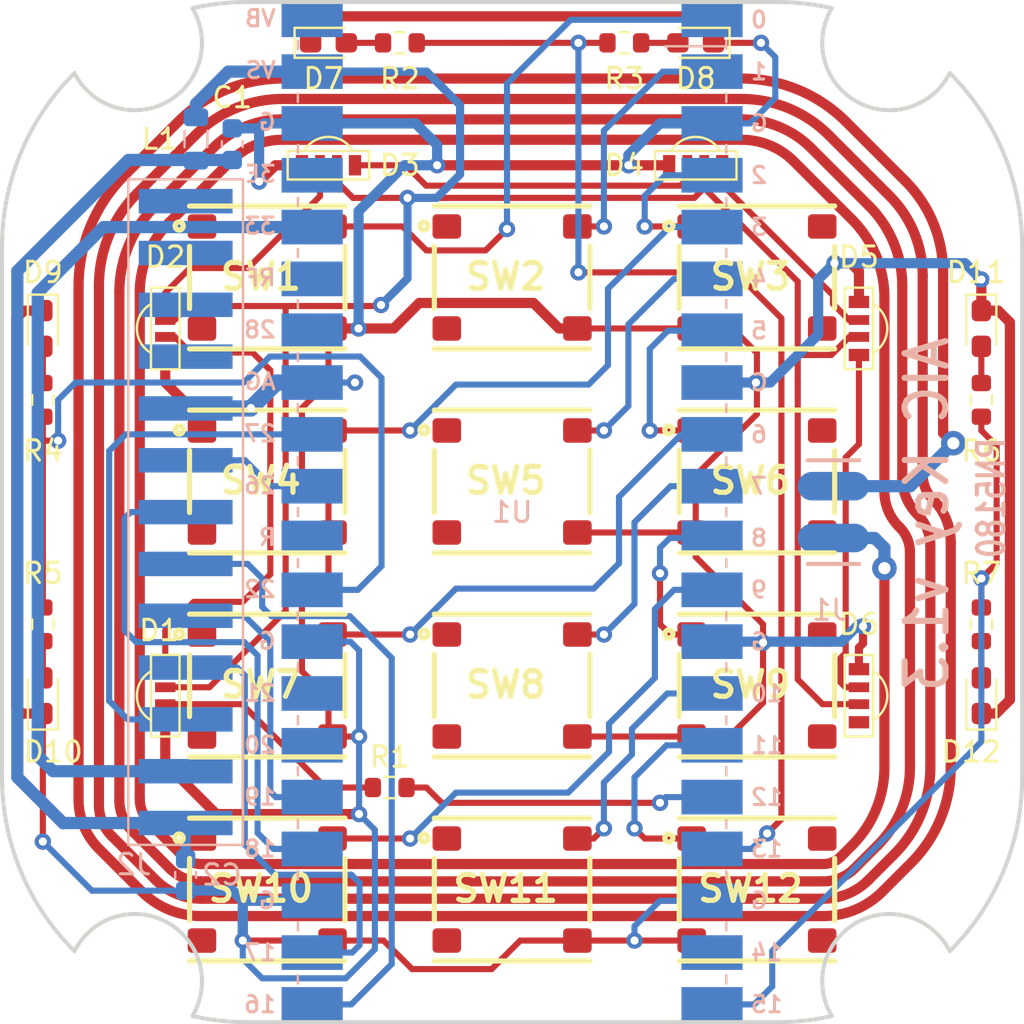
<source format=kicad_pcb>
(kicad_pcb (version 20221018) (generator pcbnew)
  (title_block (title "AIC Pico with PN5180"))
  (layers (0 "F.Cu" signal) (31 "B.Cu" signal) (34 "B.Paste" user) (35 "F.Paste" user) (36 "B.SilkS" user "B.Silkscreen") (37 "F.SilkS" user "F.Silkscreen") (38 "B.Mask" user) (39 "F.Mask" user) (44 "Edge.Cuts" user))
  (net 0 "")
  (net 1 "+5V")
  (net 2 "GND")
  (net 3 "+3V3")
  (net 4 "Net-(D7-A)")
  (net 5 "Net-(D1-In)")
  (net 6 "Net-(D1-Out)")
  (net 7 "Net-(D8-A)")
  (net 8 "Net-(D9-A)")
  (net 9 "Net-(D2-Out)")
  (net 10 "Net-(D10-A)")
  (net 11 "Net-(D11-A)")
  (net 12 "Net-(D3-Out)")
  (net 13 "Net-(D12-A)")
  (net 14 "Net-(D4-Out)")
  (net 15 "Net-(U1-GPIO12)")
  (net 16 "Net-(D5-Out)")
  (net 17 "Net-(U1-GPIO22)")
  (net 19 "Net-(U1-GPIO15)")
  (net 23 "Net-(U1-GPIO13)")
  (net 24 "Net-(U1-GPIO0)")
  (net 29 "Net-(U1-GPIO1)")
  (net 30 "Net-(U1-GPIO2)")
  (net 41 "Net-(U1-GPIO3)")
  (net 42 "Net-(U1-GPIO4)")
  (net 44 "Net-(U1-GPIO5)")
  (net 47 "Net-(U1-GPIO6)")
  (net 48 "Net-(U1-GPIO7)")
  (net 49 "Net-(U1-GPIO8)")
  (net 52 "Net-(U1-GPIO9)")
  (net 53 "Net-(U1-GPIO10)")
  (net 54 "Net-(U1-GPIO11)")
  (net 65 "/ANT")
  (net 66 "Net-(J2-RST)")
  (net 67 "Net-(J2-NSS)")
  (net 68 "Net-(J2-MOSI)")
  (net 69 "Net-(J2-MISO)")
  (net 70 "Net-(J2-SCK)")
  (net 71 "Net-(J2-BUSY)")
  (net 76 "Net-(J2-5V)")
  (footprint "aic_pico:SKRR" (layer "F.Cu") (at 147.32 131.9)
    (fp_text reference "SW12")
    (fp_text value "SKRR_4pin" hide)
  )
  (footprint "aic_pico:WS2812B-1204" (layer "F.Cu") (at 144.32 96.4 180)
    (fp_text reference "D4")
    (fp_text value "WS2812B_Unified" hide)
  )
  (footprint "aic_pico:SKRR" (layer "F.Cu") (at 123.32 101.9)
    (fp_text reference "SW1")
    (fp_text value "SKRR_4pin" hide)
  )
  (footprint "aic_pico:SKRR" (layer "F.Cu") (at 135.32 101.9)
    (fp_text reference "SW2")
    (fp_text value "SKRR_4pin" hide)
  )
  (footprint "LED_SMD:LED_0603_1608Metric_Pad1.05x0.95mm_HandSolder" (layer "F.Cu") (at 126.32 90.4)
    (fp_text reference "D7")
    (fp_text value "LED" hide)
  )
  (footprint "aic_pico:WS2812B-1204" (layer "F.Cu") (at 152.32 104.4 90)
    (fp_text reference "D5")
    (fp_text value "WS2812B_Unified" hide)
  )
  (footprint "aic_pico:SKRR" (layer "F.Cu") (at 135.32 121.9)
    (fp_text reference "SW8")
    (fp_text value "SKRR_4pin" hide)
  )
  (footprint "aic_pico:WS2812B-1204" (layer "F.Cu") (at 126.32 96.4 180)
    (fp_text reference "D3")
    (fp_text value "WS2812B_Unified" hide)
  )
  (footprint "Resistor_SMD:R_0603_1608Metric" (layer "F.Cu") (at 140.82 90.4 180)
    (fp_text reference "R3")
    (fp_text value "1k" hide)
  )
  (footprint "aic_pico:SKRR" (layer "F.Cu") (at 147.32 121.9)
    (fp_text reference "SW9")
    (fp_text value "SKRR_4pin" hide)
  )
  (footprint "aic_pico:SKRR" (layer "F.Cu") (at 135.32 131.9)
    (fp_text reference "SW11")
    (fp_text value "SKRR_4pin" hide)
  )
  (footprint "Resistor_SMD:R_0603_1608Metric" (layer "F.Cu") (at 158.32 107.9 -90)
    (fp_text reference "R6")
    (fp_text value "1k" hide)
  )
  (footprint "aic_pico:SKRR" (layer "F.Cu") (at 123.32 121.9)
    (fp_text reference "SW7")
    (fp_text value "SKRR_4pin" hide)
  )
  (footprint "aic_pico:WS2812B-1204" (layer "F.Cu") (at 118.32 122.4 -90)
    (fp_text reference "D1")
    (fp_text value "WS2812B_Unified" hide)
  )
  (footprint "Resistor_SMD:R_0603_1608Metric" (layer "F.Cu") (at 112.32 107.9 -90)
    (fp_text reference "R4")
    (fp_text value "1k" hide)
  )
  (footprint "Resistor_SMD:R_0603_1608Metric" (layer "F.Cu") (at 158.32 118.9 90)
    (fp_text reference "R7")
    (fp_text value "1k" hide)
  )
  (footprint "LED_SMD:LED_0603_1608Metric_Pad1.05x0.95mm_HandSolder" (layer "F.Cu") (at 158.32 122.4 90)
    (fp_text reference "D12")
    (fp_text value "LED" hide)
  )
  (footprint "LED_SMD:LED_0603_1608Metric_Pad1.05x0.95mm_HandSolder" (layer "F.Cu") (at 158.32 104.4 -90)
    (fp_text reference "D11")
    (fp_text value "LED" hide)
  )
  (footprint "aic_pico:SKRR" (layer "F.Cu") (at 123.32 131.9)
    (fp_text reference "SW10")
    (fp_text value "SKRR_4pin" hide)
  )
  (footprint "LED_SMD:LED_0603_1608Metric_Pad1.05x0.95mm_HandSolder" (layer "F.Cu") (at 144.32 90.4 180)
    (fp_text reference "D8")
    (fp_text value "LED" hide)
  )
  (footprint "Resistor_SMD:R_0603_1608Metric" (layer "F.Cu") (at 129.32 126.9)
    (fp_text reference "R1")
    (fp_text value "10" hide)
  )
  (footprint "aic_pico:SKRR" (layer "F.Cu") (at 147.32 101.9)
    (fp_text reference "SW3")
    (fp_text value "SKRR_4pin" hide)
  )
  (footprint "Resistor_SMD:R_0603_1608Metric" (layer "F.Cu") (at 112.32 118.9 90)
    (fp_text reference "R5")
    (fp_text value "1k" hide)
  )
  (footprint "aic_pico:SKRR" (layer "F.Cu") (at 135.32 111.9)
    (fp_text reference "SW5")
    (fp_text value "SKRR_4pin" hide)
  )
  (footprint "Resistor_SMD:R_0603_1608Metric" (layer "F.Cu") (at 129.82 90.4)
    (fp_text reference "R2")
    (fp_text value "1k" hide)
  )
  (footprint "aic_pico:SKRR" (layer "F.Cu") (at 147.32 111.9)
    (fp_text reference "SW6")
    (fp_text value "SKRR_4pin" hide)
  )
  (footprint "LED_SMD:LED_0603_1608Metric_Pad1.05x0.95mm_HandSolder" (layer "F.Cu") (at 112.32 122.4 90)
    (fp_text reference "D10")
    (fp_text value "LED" hide)
  )
  (footprint "aic_pico:WS2812B-1204" (layer "F.Cu") (at 152.32 122.4 90)
    (fp_text reference "D6")
    (fp_text value "WS2812B_Unified" hide)
  )
  (footprint "aic_pico:SKRR" (layer "F.Cu") (at 123.32 111.9)
    (fp_text reference "SW4")
    (fp_text value "SKRR_4pin" hide)
  )
  (footprint "LED_SMD:LED_0603_1608Metric_Pad1.05x0.95mm_HandSolder" (layer "F.Cu") (at 112.32 104.4 -90)
    (fp_text reference "D9")
    (fp_text value "LED" hide)
  )
  (footprint "aic_pico:WS2812B-1204" (layer "F.Cu") (at 118.32 104.4 -90)
    (fp_text reference "D2")
    (fp_text value "WS2812B_Unified" hide)
  )
  (footprint "Inductor_SMD:L_0805_2012Metric" (layer "B.Cu") (at 119.826 95.112 -90)
    (fp_text reference "L1")
    (fp_text value "100nH" hide)
  )
  (footprint "aic_pico:ANT_2P" (layer "B.Cu") (at 151.07 113.4)
    (fp_text reference "J1")
    (fp_text value "Conn_01x02_Female" hide)
  )
  (footprint "Capacitor_SMD:C_0603_1608Metric" (layer "B.Cu") (at 121.604 95.366 90)
    (fp_text reference "C1")
    (fp_text value "0.1uF" hide)
  )
  (footprint "Capacitor_SMD:C_0603_1608Metric" (layer "B.Cu") (at 119.318 131.18 -90)
    (fp_text reference "C2")
    (fp_text value "10uF" hide)
  )
  (footprint "aic_pico:RPi_Pico_SMD_No_USB" (layer "B.Cu") (at 135.32 113.4 180)
    (fp_text reference "U1")
    (fp_text value "Pico_Trim")
  )
  (footprint "aic_pico:pn5180_conn" (layer "B.Cu") (at 119.32 113.4)
    (fp_text reference "J2")
    (fp_text value "PN5180" hide)
  )
  (gr_line (start 148.32 138.399999) (end 122.32 138.399999) (stroke (width 0.2)) (layer "Edge.Cuts"))
  (gr_line (start 160.32 126.399999) (end 160.32 100.399999) (stroke (width 0.2)) (layer "Edge.Cuts"))
  (gr_arc (start 119.649044 88.701025) (mid 118.410332 93.29151) (end 113.870189 91.879395) (stroke (width 0.2)) (layer "Edge.Cuts"))
  (gr_arc (start 150.990956 138.098973) (mid 152.229668 133.508486) (end 156.769811 134.920603) (stroke (width 0.2)) (layer "Edge.Cuts"))
  (gr_arc (start 110.32 100.399999) (mid 111.243048 95.784684) (end 113.870189 91.879395) (stroke (width 0.2)) (layer "Edge.Cuts"))
  (gr_arc (start 113.870189 134.920603) (mid 111.243048 131.015314) (end 110.32 126.399999) (stroke (width 0.2)) (layer "Edge.Cuts"))
  (gr_arc (start 122.32 138.399999) (mid 120.976067 138.324505) (end 119.649044 138.098973) (stroke (width 0.2)) (layer "Edge.Cuts"))
  (gr_arc (start 156.769811 91.879395) (mid 159.396952 95.784684) (end 160.32 100.399999) (stroke (width 0.2)) (layer "Edge.Cuts"))
  (gr_arc (start 160.32 126.399999) (mid 159.396952 131.015314) (end 156.769811 134.920603) (stroke (width 0.2)) (layer "Edge.Cuts"))
  (gr_arc (start 156.769811 91.879395) (mid 152.229668 93.291511) (end 150.990956 88.701025) (stroke (width 0.2)) (layer "Edge.Cuts"))
  (gr_arc (start 150.990956 138.098973) (mid 149.663933 138.324505) (end 148.32 138.399999) (stroke (width 0.2)) (layer "Edge.Cuts"))
  (gr_arc (start 113.870189 134.920603) (mid 118.410332 133.508487) (end 119.649044 138.098973) (stroke (width 0.2)) (layer "Edge.Cuts"))
  (gr_line (start 148.32 88.399999) (end 122.32 88.399999) (stroke (width 0.2)) (layer "Edge.Cuts"))
  (gr_line (start 110.32 126.399999) (end 110.32 100.399999) (stroke (width 0.2)) (layer "Edge.Cuts"))
  (gr_arc (start 148.32 88.399999) (mid 149.663933 88.475493) (end 150.990956 88.701025) (stroke (width 0.2)) (layer "Edge.Cuts"))
  (gr_arc (start 119.649044 88.701025) (mid 120.976067 88.475493) (end 122.32 88.399999) (stroke (width 0.2)) (layer "Edge.Cuts"))
  (gr_text "PN5180" (at 159.57 109.65 90) (layer "B.SilkS") (effects (font (size 1.3 1) (thickness 0.2) bold) (justify left bottom mirror)))
  (gr_text "AIC Key v1.3" (at 156.82 104.65 90) (layer "B.SilkS") (effects (font (size 2 1.8) (thickness 0.3)) (justify left bottom mirror)))
  (segment (start 144.25 98) (end 144.735 97.515) (width 0.3) (layer "F.Cu") (net 1))
  (segment (start 128.895 103.25) (end 128.845 103.3) (width 0.3) (layer "F.Cu") (net 1))
  (segment (start 149.32 121.6) (end 149.32 107.1) (width 0.3) (layer "F.Cu") (net 1))
  (segment (start 149.32 105.7) (end 150.96381 105.7) (width 0.3) (layer "F.Cu") (net 1))
  (segment (start 149.32 102.1) (end 149.32 105.7) (width 0.3) (layer "F.Cu") (net 1))
  (segment (start 144.735 97.515) (end 149.32 102.1) (width 0.3) (layer "F.Cu") (net 1))
  (segment (start 144.735 96.4) (end 144.735 97.515) (width 0.3) (layer "F.Cu") (net 1))
  (segment (start 150.96381 105.7) (end 151.84881 104.815) (width 0.3) (layer "F.Cu") (net 1))
  (segment (start 150.535 122.815) (end 149.32 121.6) (width 0.3) (layer "F.Cu") (net 1))
  (segment (start 128.845 103.3) (end 119.463623 103.3) (width 0.3) (layer "F.Cu") (net 1))
  (segment (start 151.84881 104.815) (end 152.32 104.815) (width 0.3) (layer "F.Cu") (net 1))
  (segment (start 120.485 121.985) (end 124.22 118.25) (width 0.3) (layer "F.Cu") (net 1))
  (segment (start 124.22 118.25) (end 124.22 103.3) (width 0.3) (layer "F.Cu") (net 1))
  (segment (start 152.32 122.815) (end 150.535 122.815) (width 0.3) (layer "F.Cu") (net 1))
  (segment (start 149.32 105.7) (end 149.32 107.1) (width 0.3) (layer "F.Cu") (net 1))
  (segment (start 118.32 121.985) (end 120.485 121.985) (width 0.3) (layer "F.Cu") (net 1))
  (segment (start 118.778623 103.985) (end 118.32 103.985) (width 0.3) (layer "F.Cu") (net 1))
  (segment (start 119.463623 103.3) (end 118.778623 103.985) (width 0.3) (layer "F.Cu") (net 1))
  (segment (start 127.52 98) (end 144.25 98) (width 0.3) (layer "F.Cu") (net 1))
  (segment (start 126.735 96.4) (end 126.735 97.215) (width 0.3) (layer "F.Cu") (net 1))
  (segment (start 126.735 97.215) (end 127.52 98) (width 0.3) (layer "F.Cu") (net 1))
  (via (at 128.895 103.25) (size 0.8) (drill 0.4) (layers "F.Cu" "B.Cu") (net 1))
  (via (at 130.195 98) (size 0.8) (drill 0.4) (layers "F.Cu" "B.Cu") (net 1))
  (segment (start 130.195 101.95) (end 130.195 98) (width 0.4) (layer "B.Cu") (net 1))
  (segment (start 132.77 93.45) (end 131.13 91.81) (width 0.4) (layer "B.Cu") (net 1))
  (segment (start 128.895 103.25) (end 130.195 101.95) (width 0.4) (layer "B.Cu") (net 1))
  (segment (start 121.41 91.81) (end 119.826 93.394) (width 0.6) (layer "B.Cu") (net 1))
  (segment (start 125.52 91.81) (end 121.41 91.81) (width 0.6) (layer "B.Cu") (net 1))
  (segment (start 131.13 91.81) (end 125.52 91.81) (width 0.4) (layer "B.Cu") (net 1))
  (segment (start 119.826 93.394) (end 119.826 94.0495) (width 0.6) (layer "B.Cu") (net 1))
  (segment (start 131.62 98) (end 132.77 96.85) (width 0.4) (layer "B.Cu") (net 1))
  (segment (start 130.195 98) (end 131.62 98) (width 0.4) (layer "B.Cu") (net 1))
  (segment (start 132.77 96.85) (end 132.77 93.45) (width 0.4) (layer "B.Cu") (net 1))
  (segment (start 125.02 111.4) (end 126.32 112.7) (width 0.3) (layer "F.Cu") (net 2))
  (segment (start 126.32 104.4) (end 126.32 106.4) (width 0.3) (layer "F.Cu") (net 2))
  (segment (start 118.32 107.05) (end 119.57 108.3) (width 0.5) (layer "F.Cu") (net 2))
  (segment (start 125.02 117.7) (end 125.02 121.2) (width 0.3) (layer "F.Cu") (net 2))
  (segment (start 125.445 90.4) (end 125.445 89.575) (width 0.5) (layer "F.Cu") (net 2))
  (segment (start 129.52 104.4) (end 130.77 103.15) (width 0.5) (layer "F.Cu") (net 2))
  (segment (start 147.62 118.9) (end 147.62 122.75) (width 0.3) (layer "F.Cu") (net 2))
  (segment (start 135.72 134.4) (end 138.32 134.4) (width 0.3) (layer "F.Cu") (net 2))
  (segment (start 147.32 108.6) (end 144.32 111.6) (width 0.3) (layer "F.Cu") (net 2))
  (segment (start 112.32 103.525) (end 111.395 103.525) (width 0.5) (layer "F.Cu") (net 2))
  (segment (start 144.32 114.4) (end 138.32 114.4) (width 0.3) (layer "F.Cu") (net 2))
  (segment (start 125.92 89.1) (end 144.72 89.1) (width 0.5) (layer "F.Cu") (net 2))
  (segment (start 130.42 135.8) (end 134.32 135.8) (width 0.3) (layer "F.Cu") (net 2))
  (segment (start 111.32 123.3) (end 111.345 123.275) (width 0.5) (layer "F.Cu") (net 2))
  (segment (start 158.32 103.525) (end 159.145 103.525) (width 0.5) (layer "F.Cu") (net 2))
  (segment (start 142.52 104.4) (end 144.32 104.4) (width 0.3) (layer "F.Cu") (net 2))
  (segment (start 111.395 103.525) (end 111.02 103.9) (width 0.5) (layer "F.Cu") (net 2))
  (segment (start 126.32 122.5) (end 126.32 124.4) (width 0.3) (layer "F.Cu") (net 2))
  (segment (start 152.32 120.04) (end 152.32 121.1) (width 0.4) (layer "F.Cu") (net 2))
  (segment (start 144.72 89.1) (end 145.195 89.575) (width 0.5) (layer "F.Cu") (net 2))
  (segment (start 152.52 119.84) (end 152.32 120.04) (width 0.4) (layer "F.Cu") (net 2))
  (segment (start 126.32 114.4) (end 126.32 116.4) (width 0.3) (layer "F.Cu") (net 2))
  (segment (start 144.32 104.4) (end 146.12 104.4) (width 0.3) (layer "F.Cu") (net 2))
  (segment (start 126.32 116.4) (end 125.02 117.7) (width 0.3) (layer "F.Cu") (net 2))
  (segment (start 136.37 103.15) (end 137.62 104.4) (width 0.5) (layer "F.Cu") (net 2))
  (segment (start 127.795 104.4) (end 129.52 104.4) (width 0.5) (layer "F.Cu") (net 2))
  (segment (start 125.02 108.3) (end 125.02 111.4) (width 0.3) (layer "F.Cu") (net 2))
  (segment (start 111.02 103.9) (end 111.02 123) (width 0.5) (layer "F.Cu") (net 2))
  (segment (start 141.32 134.4) (end 144.32 134.4) (width 0.3) (layer "F.Cu") (net 2))
  (segment (start 152.52 119) (end 152.52 119.84) (width 0.4) (layer "F.Cu") (net 2))
  (segment (start 159.72 122.6) (end 159.045 123.275) (width 0.5) (layer "F.Cu") (net 2))
  (segment (start 126.32 112.7) (end 126.32 114.4) (width 0.3) (layer "F.Cu") (net 2))
  (segment (start 145.195 89.575) (end 145.195 90.4) (width 0.5) (layer "F.Cu") (net 2))
  (segment (start 125.02 121.2) (end 126.32 122.5) (width 0.3) (layer "F.Cu") (net 2))
  (segment (start 130.77 103.15) (end 136.37 103.15) (width 0.5) (layer "F.Cu") (net 2))
  (segment (start 144.32 124.4) (end 138.32 124.4) (width 0.3) (layer "F.Cu") (net 2))
  (segment (start 159.045 123.275) (end 158.32 123.275) (width 0.5) (layer "F.Cu") (net 2))
  (segment (start 125.445 89.575) (end 125.92 89.1) (width 0.5) (layer "F.Cu") (net 2))
  (segment (start 137.62 104.4) (end 138.32 104.4) (width 0.5) (layer "F.Cu") (net 2))
  (segment (start 126.32 134.4) (end 129.02 134.4) (width 0.3) (layer "F.Cu") (net 2))
  (segment (start 127.72 128.2) (end 120.82 128.2) (width 0.5) (layer "F.Cu") (net 2))
  (segment (start 111.02 123) (end 111.32 123.3) (width 0.5) (layer "F.Cu") (net 2))
  (segment (start 134.32 135.8) (end 135.72 134.4) (width 0.3) (layer "F.Cu") (net 2))
  (segment (start 151.92 101.2) (end 152.32 101.6) (width 0.5) (layer "F.Cu") (net 2))
  (segment (start 122.92 97.2) (end 123.72 96.4) (width 0.5) (layer "F.Cu") (net 2))
  (segment (start 141.02 96.4) (end 131.645 96.4) (width 0.5) (layer "F.Cu") (net 2))
  (segment (start 138.32 104.4) (end 142.52 104.4) (width 0.3) (layer "F.Cu") (net 2))
  (segment (start 126.32 104.4) (end 127.795 104.4) (width 0.5) (layer "F.Cu") (net 2))
  (segment (start 127.82 124.4) (end 126.32 124.4) (width 0.3) (layer "F.Cu") (net 2))
  (segment (start 112.32 129.55) (end 112.32 123.275) (width 0.3) (layer "F.Cu") (net 2))
  (segment (start 122.12 134.4) (end 126.32 134.4) (width 0.3) (layer "F.Cu") (net 2))
  (segment (start 126.32 107.05) (end 126.32 106.4) (width 0.3) (layer "F.Cu") (net 2))
  (segment (start 146.12 104.4) (end 147.32 105.6) (width 0.3) (layer "F.Cu") (net 2))
  (segment (start 147.52 90.4) (end 145.195 90.4) (width 0.3) (layer "F.Cu") (net 2))
  (segment (start 118.32 105.7) (end 118.32 107.05) (width 0.5) (layer "F.Cu") (net 2))
  (segment (start 144.32 111.6) (end 144.32 114.4) (width 0.3) (layer "F.Cu") (net 2))
  (segment (start 158.32 102) (end 158.32 103.525) (width 0.5) (layer "F.Cu") (net 2))
  (segment (start 138.32 134.4) (end 141.32 134.4) (width 0.3) (layer "F.Cu") (net 2))
  (segment (start 123.72 96.4) (end 125.02 96.4) (width 0.5) (layer "F.Cu") (net 2))
  (segment (start 119.57 108.3) (end 122.52 108.3) (width 0.5) (layer "F.Cu") (net 2))
  (segment (start 127.62 107.05) (end 126.32 107.05) (width 0.3) (layer "F.Cu") (net 2))
  (segment (start 147.32 105.6) (end 147.32 108.6) (width 0.3) (layer "F.Cu") (net 2))
  (segment (start 145.97 124.4) (end 144.32 124.4) (width 0.3) (layer "F.Cu") (net 2))
  (segment (start 141.02 96.4) (end 143.02 96.4) (width 0.5) (layer "F.Cu") (net 2))
  (segment (start 127.82 128.3) (end 127.72 128.2) (width 0.5) (layer "F.Cu") (net 2))
  (segment (start 111.345 123.275) (end 112.32 123.275) (width 0.5) (layer "F.Cu") (net 2))
  (segment (start 151.12 101.2) (end 151.92 101.2) (width 0.5) (layer "F.Cu") (net 2))
  (segment (start 152.32 101.6) (end 152.32 103.1) (width 0.5) (layer "F.Cu") (net 2))
  (segment (start 144.32 114.4) (end 144.32 115.6) (width 0.3) (layer "F.Cu") (net 2))
  (segment (start 147.62 122.75) (end 145.97 124.4) (width 0.3) (layer "F.Cu") (net 2))
  (segment (start 159.145 103.525) (end 159.72 104.1) (width 0.5) (layer "F.Cu") (net 2))
  (segment (start 118.32 125.7) (end 118.32 123.7) (width 0.5) (layer "F.Cu") (net 2))
  (segment (start 144.32 115.6) (end 147.62 118.9) (width 0.3) (layer "F.Cu") (net 2))
  (segment (start 126.32 107) (end 125.02 108.3) (width 0.3) (layer "F.Cu") (net 2))
  (segment (start 129.02 134.4) (end 130.42 135.8) (width 0.3) (layer "F.Cu") (net 2))
  (segment (start 120.82 128.2) (end 118.32 125.7) (width 0.5) (layer "F.Cu") (net 2))
  (segment (start 159.72 104.1) (end 159.72 122.6) (width 0.5) (layer "F.Cu") (net 2))
  (via (at 122.52 108.3) (size 0.8) (drill 0.4) (layers "F.Cu" "B.Cu") (net 2))
  (via (at 127.62 107.05) (size 0.8) (drill 0.4) (layers "F.Cu" "B.Cu") (net 2))
  (via (at 158.32 102) (size 0.8) (drill 0.4) (layers "F.Cu" "B.Cu") (net 2))
  (via (at 147.27 107.05) (size 0.8) (drill 0.4) (layers "F.Cu" "B.Cu") (net 2))
  (via (at 141.02 96.4) (size 0.8) (drill 0.4) (layers "F.Cu" "B.Cu") (net 2))
  (via (at 122.92 97.2) (size 0.8) (drill 0.4) (layers "F.Cu" "B.Cu") (net 2))
  (via (at 127.82 128.2) (size 0.8) (drill 0.4) (layers "F.Cu" "B.Cu") (net 2))
  (via (at 122.12 134.4) (size 0.8) (drill 0.4) (layers "F.Cu" "B.Cu") (net 2))
  (via (at 141.32 134.4) (size 0.8) (drill 0.4) (layers "F.Cu" "B.Cu") (net 2))
  (via (at 131.645 96.4) (size 0.8) (drill 0.4) (layers "F.Cu" "B.Cu") (net 2))
  (via (at 147.52 90.4) (size 0.8) (drill 0.4) (layers "F.Cu" "B.Cu") (net 2))
  (via (at 152.52 119) (size 0.8) (drill 0.4) (layers "F.Cu" "B.Cu") (net 2))
  (via (at 151.12 101.2) (size 0.8) (drill 0.4) (layers "F.Cu" "B.Cu") (net 2))
  (via (at 127.82 124.4) (size 0.8) (drill 0.4) (layers "F.Cu" "B.Cu") (net 2))
  (via (at 127.795 104.4) (size 0.8) (drill 0.4) (layers "F.Cu" "B.Cu") (net 2))
  (via (at 147.62 119.8) (size 0.8) (drill 0.4) (layers "F.Cu" "B.Cu") (net 2))
  (via (at 112.32 129.55) (size 0.8) (drill 0.4) (layers "F.Cu" "B.Cu") (net 2))
  (segment (start 145.12 94.35) (end 146.97 94.35) (width 0.3) (layer "B.Cu") (net 2))
  (segment (start 122.12 132.45) (end 125.52 132.45) (width 0.508) (layer "B.Cu") (net 2))
  (segment (start 148.22 93.1) (end 148.22 91.1) (width 0.3) (layer "B.Cu") (net 2))
  (segment (start 131.645 96.4) (end 131.645 95.4) (width 0.5) (layer "B.Cu") (net 2))
  (segment (start 145.12 107.05) (end 147.97 107.05) (width 0.5) (layer "B.Cu") (net 2))
  (segment (start 123.161 94.35) (end 125.52 94.35) (width 0.5) (layer "B.Cu") (net 2))
  (segment (start 128.595 134.825) (end 127.17 136.25) (width 0.3) (layer "B.Cu") (net 2))
  (segment (start 152.32 118.9) (end 151.47 119.75) (width 0.5) (layer "B.Cu") (net 2))
  (segment (start 122.12 132.45) (end 122.12 134.4) (width 0.508) (layer "B.Cu") (net 2))
  (segment (start 121.612 131.942) (end 122.12 132.45) (width 0.508) (layer "B.Cu") (net 2))
  (segment (start 145.12 132.45) (end 142.57 132.45) (width 0.3) (layer "B.Cu") (net 2))
  (segment (start 112.32 129.55) (end 114.725 131.955) (width 0.3) (layer "B.Cu") (net 2))
  (segment (start 151.47 119.75) (end 145.12 119.75) (width 0.5) (layer "B.Cu") (net 2))
  (segment (start 157.52 101.2) (end 158.32 102) (width 0.5) (layer "B.Cu") (net 2))
  (segment (start 141.02 95.9) (end 141.02 96.4) (width 0.5) (layer "B.Cu") (net 2))
  (segment (start 127.795 98.65) (end 127.795 104.4) (width 0.5) (layer "B.Cu") (net 2))
  (segment (start 130.045 96.4) (end 127.795 98.65) (width 0.5) (layer "B.Cu") (net 2))
  (segment (start 119.32 108.32) (end 122.5 108.32) (width 0.8) (layer "B.Cu") (net 2))
  (segment (start 122.92 97.2) (end 122.92 94.591) (width 0.5) (layer "B.Cu") (net 2))
  (segment (start 151.12 101.2) (end 157.52 101.2) (width 0.5) (layer "B.Cu") (net 2))
  (segment (start 119.318 131.955) (end 119.331 131.942) (width 0.508) (layer "B.Cu") (net 2))
  (segment (start 114.725 131.955) (end 119.318 131.955) (width 0.3) (layer "B.Cu") (net 2))
  (segment (start 127.82 120.175) (end 127.395 119.75) (width 0.3) (layer "B.Cu") (net 2))
  (segment (start 142.57 94.35) (end 141.02 95.9) (width 0.5) (layer "B.Cu") (net 2))
  (segment (start 142.57 132.45) (end 141.32 133.7) (width 0.3) (layer "B.Cu") (net 2))
  (segment (start 147.97 107.05) (end 150.32 104.7) (width 0.5) (layer "B.Cu") (net 2))
  (segment (start 123.77 107.05) (end 125.52 107.05) (width 0.8) (layer "B.Cu") (net 2))
  (segment (start 122.92 94.591) (end 121.604 94.591) (width 0.5) (layer "B.Cu") (net 2))
  (segment (start 123.07 136.25) (end 122.12 135.3) (width 0.3) (layer "B.Cu") (net 2))
  (segment (start 130.595 94.35) (end 125.52 94.35) (width 0.5) (layer "B.Cu") (net 2))
  (segment (start 127.17 136.25) (end 123.07 136.25) (width 0.3) (layer "B.Cu") (net 2))
  (segment (start 122.12 135.3) (end 122.12 134.4) (width 0.3) (layer "B.Cu") (net 2))
  (segment (start 150.32 102) (end 151.12 101.2) (width 0.5) (layer "B.Cu") (net 2))
  (segment (start 122.92 94.591) (end 123.161 94.35) (width 0.5) (layer "B.Cu") (net 2))
  (segment (start 150.32 104.7) (end 150.32 102) (width 0.5) (layer "B.Cu") (net 2))
  (segment (start 128.595 128.975) (end 128.595 134.825) (width 0.3) (layer "B.Cu") (net 2))
  (segment (start 127.82 128.2) (end 128.595 128.975) (width 0.3) (layer "B.Cu") (net 2))
  (segment (start 131.645 96.4) (end 130.045 96.4) (width 0.5) (layer "B.Cu") (net 2))
  (segment (start 145.12 94.35) (end 142.57 94.35) (width 0.5) (layer "B.Cu") (net 2))
  (segment (start 122.5 108.32) (end 123.77 107.05) (width 0.8) (layer "B.Cu") (net 2))
  (segment (start 141.32 133.7) (end 141.32 134.4) (width 0.3) (layer "B.Cu") (net 2))
  (segment (start 127.395 119.75) (end 125.52 119.75) (width 0.3) (layer "B.Cu") (net 2))
  (segment (start 125.52 107.05) (end 127.62 107.05) (width 0.3) (layer "B.Cu") (net 2))
  (segment (start 127.82 124.4) (end 127.82 128.2) (width 0.3) (layer "B.Cu") (net 2))
  (segment (start 119.331 131.942) (end 121.612 131.942) (width 0.508) (layer "B.Cu") (net 2))
  (segment (start 127.82 124.4) (end 127.82 120.175) (width 0.3) (layer "B.Cu") (net 2))
  (segment (start 131.645 95.4) (end 130.595 94.35) (width 0.5) (layer "B.Cu") (net 2))
  (segment (start 148.22 91.1) (end 147.52 90.4) (width 0.3) (layer "B.Cu") (net 2))
  (segment (start 146.97 94.35) (end 148.22 93.1) (width 0.3) (layer "B.Cu") (net 2))
  (segment (start 112.07 125.35) (end 112.82 126.1) (width 0.6) (layer "B.Cu") (net 3))
  (segment (start 125.52 99.43) (end 115.29 99.43) (width 0.6) (layer "B.Cu") (net 3))
  (segment (start 115.29 99.43) (end 112.07 102.65) (width 0.6) (layer "B.Cu") (net 3))
  (segment (start 112.82 126.1) (end 120.08 126.1) (width 0.6) (layer "B.Cu") (net 3))
  (segment (start 112.07 102.65) (end 112.07 125.35) (width 0.6) (layer "B.Cu") (net 3))
  (segment (start 128.995 90.4) (end 127.195 90.4) (width 0.3) (layer "F.Cu") (net 4))
  (segment (start 126.17 126.9) (end 128.495 126.9) (width 0.3) (layer "F.Cu") (net 5))
  (segment (start 122.085 122.815) (end 126.17 126.9) (width 0.3) (layer "F.Cu") (net 5))
  (segment (start 118.32 122.815) (end 122.085 122.815) (width 0.3) (layer "F.Cu") (net 5))
  (segment (start 123.47 106.45) (end 123.47 116.45) (width 0.3) (layer "F.Cu") (net 6))
  (segment (start 118.32 119.2) (end 118.32 121.1) (width 0.3) (layer "F.Cu") (net 6))
  (segment (start 123.47 116.45) (end 122.12 117.8) (width 0.3) (layer "F.Cu") (net 6))
  (segment (start 118.32 104.815) (end 118.792509 104.815) (width 0.3) (layer "F.Cu") (net 6))
  (segment (start 119.557509 105.58) (end 122.6 105.58) (width 0.3) (layer "F.Cu") (net 6))
  (segment (start 119.72 117.8) (end 118.32 119.2) (width 0.3) (layer "F.Cu") (net 6))
  (segment (start 122.6 105.58) (end 123.47 106.45) (width 0.3) (layer "F.Cu") (net 6))
  (segment (start 122.12 117.8) (end 119.72 117.8) (width 0.3) (layer "F.Cu") (net 6))
  (segment (start 118.792509 104.815) (end 119.557509 105.58) (width 0.3) (layer "F.Cu") (net 6))
  (segment (start 143.445 90.4) (end 141.645 90.4) (width 0.3) (layer "F.Cu") (net 7))
  (segment (start 112.32 105.275) (end 112.32 107.075) (width 0.3) (layer "F.Cu") (net 8))
  (segment (start 119.5325 101.4375) (end 122.3825 101.4375) (width 0.3) (layer "F.Cu") (net 9))
  (segment (start 118.32 103.1) (end 118.32 102.65) (width 0.3) (layer "F.Cu") (net 9))
  (segment (start 118.32 102.65) (end 119.5325 101.4375) (width 0.3) (layer "F.Cu") (net 9))
  (segment (start 122.3825 101.4375) (end 125.905 97.915) (width 0.3) (layer "F.Cu") (net 9))
  (segment (start 125.905 97.915) (end 125.905 96.4) (width 0.3) (layer "F.Cu") (net 9))
  (segment (start 112.32 119.725) (end 112.32 121.525) (width 0.3) (layer "F.Cu") (net 10))
  (segment (start 158.32 105.275) (end 158.32 107.075) (width 0.3) (layer "F.Cu") (net 11))
  (segment (start 131.1075 97.4) (end 143.57 97.4) (width 0.3) (layer "F.Cu") (net 12))
  (segment (start 130.1075 96.4) (end 131.1075 97.4) (width 0.3) (layer "F.Cu") (net 12))
  (segment (start 143.57 97.4) (end 143.905 97.065) (width 0.3) (layer "F.Cu") (net 12))
  (segment (start 143.905 97.065) (end 143.905 96.4) (width 0.3) (layer "F.Cu") (net 12))
  (segment (start 127.62 96.4) (end 130.1075 96.4) (width 0.3) (layer "F.Cu") (net 12))
  (segment (start 158.32 119.725) (end 158.32 121.525) (width 0.3) (layer "F.Cu") (net 13))
  (segment (start 145.62 96.4) (end 145.62 97.345) (width 0.3) (layer "F.Cu") (net 14))
  (segment (start 145.62 97.345) (end 151.045 102.77) (width 0.3) (layer "F.Cu") (net 14))
  (segment (start 151.045 103.192067) (end 151.837933 103.985) (width 0.3) (layer "F.Cu") (net 14))
  (segment (start 151.045 102.77) (end 151.045 103.192067) (width 0.3) (layer "F.Cu") (net 14))
  (segment (start 151.837933 103.985) (end 152.32 103.985) (width 0.3) (layer "F.Cu") (net 14))
  (segment (start 142.57 127.65) (end 131.87 127.65) (width 0.3) (layer "F.Cu") (net 15))
  (segment (start 131.12 126.9) (end 130.145 126.9) (width 0.3) (layer "F.Cu") (net 15))
  (segment (start 131.87 127.65) (end 131.12 126.9) (width 0.3) (layer "F.Cu") (net 15))
  (via (at 142.57 127.65) (size 0.8) (drill 0.4) (layers "F.Cu" "B.Cu") (net 15))
  (segment (start 142.57 127.65) (end 142.85 127.37) (width 0.3) (layer "B.Cu") (net 15))
  (segment (start 142.85 127.37) (end 145.12 127.37) (width 0.3) (layer "B.Cu") (net 15))
  (segment (start 152.32 105.7) (end 152.32 110.07) (width 0.3) (layer "F.Cu") (net 16))
  (segment (start 151.67 110.72) (end 151.67 120.3) (width 0.3) (layer "F.Cu") (net 16))
  (segment (start 151.42 120.55) (end 151.42 121.75) (width 0.3) (layer "F.Cu") (net 16))
  (segment (start 151.67 120.3) (end 151.42 120.55) (width 0.3) (layer "F.Cu") (net 16))
  (segment (start 151.655 121.985) (end 152.32 121.985) (width 0.3) (layer "F.Cu") (net 16))
  (segment (start 152.32 110.07) (end 151.67 110.72) (width 0.3) (layer "F.Cu") (net 16))
  (segment (start 151.42 121.75) (end 151.655 121.985) (width 0.3) (layer "F.Cu") (net 16))
  (segment (start 112.32 109.9) (end 112.32 115.65) (width 0.3) (layer "F.Cu") (net 17))
  (segment (start 112.32 115.65) (end 112.32 118.075) (width 0.3) (layer "F.Cu") (net 17))
  (segment (start 112.32 108.725) (end 112.32 109.9) (width 0.3) (layer "F.Cu") (net 17))
  (segment (start 113.07 109.9) (end 112.32 109.9) (width 0.3) (layer "F.Cu") (net 17))
  (via (at 113.07 109.9) (size 0.8) (drill 0.4) (layers "F.Cu" "B.Cu") (net 17))
  (segment (start 123.445 105.775) (end 122.17 107.05) (width 0.3) (layer "B.Cu") (net 17))
  (segment (start 127.87 105.775) (end 123.445 105.775) (width 0.3) (layer "B.Cu") (net 17))
  (segment (start 127.76 117.21) (end 128.92 116.05) (width 0.3) (layer "B.Cu") (net 17))
  (segment (start 128.92 116.05) (end 128.92 106.825) (width 0.3) (layer "B.Cu") (net 17))
  (segment (start 113.92 107.05) (end 113.07 107.9) (width 0.3) (layer "B.Cu") (net 17))
  (segment (start 113.07 107.9) (end 113.07 109.9) (width 0.3) (layer "B.Cu") (net 17))
  (segment (start 122.17 107.05) (end 113.92 107.05) (width 0.3) (layer "B.Cu") (net 17))
  (segment (start 128.92 106.825) (end 127.87 105.775) (width 0.3) (layer "B.Cu") (net 17))
  (segment (start 125.52 117.21) (end 127.76 117.21) (width 0.3) (layer "B.Cu") (net 17))
  (segment (start 158.32 109.4) (end 158.32 108.725) (width 0.3) (layer "F.Cu") (net 19))
  (segment (start 159.07 110.15) (end 158.32 109.4) (width 0.3) (layer "F.Cu") (net 19))
  (segment (start 159.07 115.9) (end 159.07 110.15) (width 0.3) (layer "F.Cu") (net 19))
  (segment (start 158.32 116.65) (end 159.07 115.9) (width 0.3) (layer "F.Cu") (net 19))
  (segment (start 158.32 116.65) (end 158.32 118.075) (width 0.3) (layer "F.Cu") (net 19))
  (via (at 158.32 116.65) (size 0.8) (drill 0.4) (layers "F.Cu" "B.Cu") (net 19))
  (segment (start 158.32 124.65) (end 158.32 116.65) (width 0.3) (layer "B.Cu") (net 19))
  (segment (start 147.19 137.53) (end 148.07 136.65) (width 0.3) (layer "B.Cu") (net 19))
  (segment (start 145.12 137.53) (end 147.19 137.53) (width 0.3) (layer "B.Cu") (net 19))
  (segment (start 148.07 136.65) (end 148.07 134.9) (width 0.3) (layer "B.Cu") (net 19))
  (segment (start 148.07 134.9) (end 158.32 124.65) (width 0.3) (layer "B.Cu") (net 19))
  (segment (start 146.27 101.65) (end 138.57 101.65) (width 0.3) (layer "F.Cu") (net 23))
  (segment (start 130.645 90.4) (end 135.32 90.4) (width 0.3) (layer "F.Cu") (net 23))
  (segment (start 138.57 90.4) (end 139.995 90.4) (width 0.3) (layer "F.Cu") (net 23))
  (segment (start 135.32 90.4) (end 138.57 90.4) (width 0.3) (layer "F.Cu") (net 23))
  (segment (start 148.52 128.45) (end 148.52 103.9) (width 0.3) (layer "F.Cu") (net 23))
  (segment (start 148.52 103.9) (end 146.27 101.65) (width 0.3) (layer "F.Cu") (net 23))
  (segment (start 147.82 129.15) (end 148.52 128.45) (width 0.3) (layer "F.Cu") (net 23))
  (via (at 147.82 129.15) (size 0.8) (drill 0.4) (layers "F.Cu" "B.Cu") (net 23))
  (via (at 138.57 101.65) (size 0.8) (drill 0.4) (layers "F.Cu" "B.Cu") (net 23))
  (via (at 138.57 90.4) (size 0.8) (drill 0.4) (layers "F.Cu" "B.Cu") (net 23))
  (segment (start 147.82 129.15) (end 147.06 129.91) (width 0.3) (layer "B.Cu") (net 23))
  (segment (start 147.06 129.91) (end 145.12 129.91) (width 0.3) (layer "B.Cu") (net 23))
  (segment (start 138.57 90.4) (end 138.57 101.65) (width 0.3) (layer "B.Cu") (net 23))
  (segment (start 129.945 99.4) (end 126.32 99.4) (width 0.3) (layer "F.Cu") (net 24))
  (segment (start 131.12 100.575) (end 129.945 99.4) (width 0.3) (layer "F.Cu") (net 24))
  (segment (start 135.07 99.525) (end 134.02 100.575) (width 0.3) (layer "F.Cu") (net 24))
  (segment (start 134.02 100.575) (end 131.12 100.575) (width 0.3) (layer "F.Cu") (net 24))
  (via (at 135.07 99.525) (size 0.8) (drill 0.4) (layers "F.Cu" "B.Cu") (net 24))
  (segment (start 138.2 89.27) (end 145.12 89.27) (width 0.3) (layer "B.Cu") (net 24))
  (segment (start 135.07 92.4) (end 138.2 89.27) (width 0.3) (layer "B.Cu") (net 24))
  (segment (start 135.07 99.525) (end 135.07 92.4) (width 0.3) (layer "B.Cu") (net 24))
  (segment (start 139.82 99.4) (end 138.32 99.4) (width 0.3) (layer "F.Cu") (net 29))
  (via (at 139.82 99.4) (size 0.8) (drill 0.4) (layers "F.Cu" "B.Cu") (net 29))
  (segment (start 142.71 91.81) (end 139.82 94.7) (width 0.3) (layer "B.Cu") (net 29))
  (segment (start 145.12 91.81) (end 142.71 91.81) (width 0.3) (layer "B.Cu") (net 29))
  (segment (start 139.82 94.7) (end 139.82 99.4) (width 0.3) (layer "B.Cu") (net 29))
  (segment (start 141.82 99.4) (end 144.32 99.4) (width 0.3) (layer "F.Cu") (net 30))
  (via (at 141.82 99.4) (size 0.8) (drill 0.4) (layers "F.Cu" "B.Cu") (net 30))
  (segment (start 141.82 97.9) (end 141.82 99.4) (width 0.3) (layer "B.Cu") (net 30))
  (segment (start 142.83 96.89) (end 141.82 97.9) (width 0.3) (layer "B.Cu") (net 30))
  (segment (start 145.12 96.89) (end 142.83 96.89) (width 0.3) (layer "B.Cu") (net 30))
  (segment (start 130.32 109.4) (end 126.32 109.4) (width 0.3) (layer "F.Cu") (net 41))
  (via (at 130.32 109.4) (size 0.8) (drill 0.4) (layers "F.Cu" "B.Cu") (net 41))
  (segment (start 140.02 102.45) (end 143.04 99.43) (width 0.3) (layer "B.Cu") (net 41))
  (segment (start 140.02 106.2) (end 140.02 102.45) (width 0.3) (layer "B.Cu") (net 41))
  (segment (start 132.57 107.15) (end 139.07 107.15) (width 0.3) (layer "B.Cu") (net 41))
  (segment (start 139.07 107.15) (end 140.02 106.2) (width 0.3) (layer "B.Cu") (net 41))
  (segment (start 143.04 99.43) (end 145.12 99.43) (width 0.3) (layer "B.Cu") (net 41))
  (segment (start 130.32 109.4) (end 132.57 107.15) (width 0.3) (layer "B.Cu") (net 41))
  (segment (start 139.82 109.4) (end 138.32 109.4) (width 0.3) (layer "F.Cu") (net 42))
  (via (at 139.82 109.4) (size 0.8) (drill 0.4) (layers "F.Cu" "B.Cu") (net 42))
  (segment (start 141.02 104.2) (end 141.02 108.2) (width 0.3) (layer "B.Cu") (net 42))
  (segment (start 141.02 108.2) (end 139.82 109.4) (width 0.3) (layer "B.Cu") (net 42))
  (segment (start 143.25 101.97) (end 141.02 104.2) (width 0.3) (layer "B.Cu") (net 42))
  (segment (start 145.12 101.97) (end 143.25 101.97) (width 0.3) (layer "B.Cu") (net 42))
  (segment (start 142.07 109.4) (end 144.32 109.4) (width 0.3) (layer "F.Cu") (net 44))
  (via (at 142.07 109.4) (size 0.8) (drill 0.4) (layers "F.Cu" "B.Cu") (net 44))
  (segment (start 142.96 104.51) (end 142.07 105.4) (width 0.3) (layer "B.Cu") (net 44))
  (segment (start 145.12 104.51) (end 142.96 104.51) (width 0.3) (layer "B.Cu") (net 44))
  (segment (start 142.07 105.4) (end 142.07 109.4) (width 0.3) (layer "B.Cu") (net 44))
  (segment (start 130.32 119.4) (end 126.32 119.4) (width 0.3) (layer "F.Cu") (net 47))
  (via (at 130.32 119.4) (size 0.8) (drill 0.4) (layers "F.Cu" "B.Cu") (net 47))
  (segment (start 130.32 119.4) (end 132.57 117.15) (width 0.3) (layer "B.Cu") (net 47))
  (segment (start 140.56 115.91) (end 140.56 112.65) (width 0.3) (layer "B.Cu") (net 47))
  (segment (start 143.62 109.59) (end 145.12 109.59) (width 0.3) (layer "B.Cu") (net 47))
  (segment (start 139.32 117.15) (end 140.56 115.91) (width 0.3) (layer "B.Cu") (net 47))
  (segment (start 140.56 112.65) (end 143.62 109.59) (width 0.3) (layer "B.Cu") (net 47))
  (segment (start 132.57 117.15) (end 139.32 117.15) (width 0.3) (layer "B.Cu") (net 47))
  (segment (start 139.82 119.4) (end 138.32 119.4) (width 0.3) (layer "F.Cu") (net 48))
  (via (at 139.82 119.4) (size 0.8) (drill 0.4) (layers "F.Cu" "B.Cu") (net 48))
  (segment (start 143.09 112.13) (end 141.32 113.9) (width 0.3) (layer "B.Cu") (net 48))
  (segment (start 141.32 117.9) (end 141.32 113.9) (width 0.3) (layer "B.Cu") (net 48))
  (segment (start 139.82 119.4) (end 141.32 117.9) (width 0.3) (layer "B.Cu") (net 48))
  (segment (start 145.12 112.13) (end 143.09 112.13) (width 0.3) (layer "B.Cu") (net 48))
  (segment (start 142.57 118.9) (end 142.57 116.4) (width 0.3) (layer "F.Cu") (net 49))
  (segment (start 144.32 119.4) (end 143.07 119.4) (width 0.3) (layer "F.Cu") (net 49))
  (segment (start 143.07 119.4) (end 142.57 118.9) (width 0.3) (layer "F.Cu") (net 49))
  (via (at 142.57 116.4) (size 0.8) (drill 0.4) (layers "F.Cu" "B.Cu") (net 49))
  (segment (start 143.05 114.67) (end 145.12 114.67) (width 0.3) (layer "B.Cu") (net 49))
  (segment (start 142.57 115.15) (end 143.05 114.67) (width 0.3) (layer "B.Cu") (net 49))
  (segment (start 142.57 116.4) (end 142.57 115.15) (width 0.3) (layer "B.Cu") (net 49))
  (segment (start 130.32 129.4) (end 126.32 129.4) (width 0.3) (layer "F.Cu") (net 52))
  (via (at 130.32 129.4) (size 0.8) (drill 0.4) (layers "F.Cu" "B.Cu") (net 52))
  (segment (start 142.32 121.525) (end 142.32 118.15) (width 0.3) (layer "B.Cu") (net 52))
  (segment (start 132.57 127.15) (end 138.07 127.15) (width 0.3) (layer "B.Cu") (net 52))
  (segment (start 140.07 123.775) (end 142.32 121.525) (width 0.3) (layer "B.Cu") (net 52))
  (segment (start 142.32 118.15) (end 143.26 117.21) (width 0.3) (layer "B.Cu") (net 52))
  (segment (start 140.07 125.15) (end 140.07 123.775) (width 0.3) (layer "B.Cu") (net 52))
  (segment (start 143.26 117.21) (end 145.12 117.21) (width 0.3) (layer "B.Cu") (net 52))
  (segment (start 130.32 129.4) (end 132.57 127.15) (width 0.3) (layer "B.Cu") (net 52))
  (segment (start 138.07 127.15) (end 140.07 125.15) (width 0.3) (layer "B.Cu") (net 52))
  (segment (start 139.82 128.9) (end 139.32 129.4) (width 0.3) (layer "F.Cu") (net 53))
  (segment (start 139.32 129.4) (end 138.32 129.4) (width 0.3) (layer "F.Cu") (net 53))
  (via (at 139.82 128.9) (size 0.8) (drill 0.4) (layers "F.Cu" "B.Cu") (net 53))
  (segment (start 141.195 124.025) (end 142.93 122.29) (width 0.3) (layer "B.Cu") (net 53))
  (segment (start 139.82 126.65) (end 141.195 125.275) (width 0.3) (layer "B.Cu") (net 53))
  (segment (start 139.82 128.9) (end 139.82 126.65) (width 0.3) (layer "B.Cu") (net 53))
  (segment (start 141.195 125.275) (end 141.195 124.025) (width 0.3) (layer "B.Cu") (net 53))
  (segment (start 142.93 122.29) (end 145.12 122.29) (width 0.3) (layer "B.Cu") (net 53))
  (segment (start 141.82 129.4) (end 144.32 129.4) (width 0.3) (layer "F.Cu") (net 54))
  (segment (start 141.32 128.9) (end 141.82 129.4) (width 0.3) (layer "F.Cu") (net 54))
  (via (at 141.32 128.9) (size 0.8) (drill 0.4) (layers "F.Cu" "B.Cu") (net 54))
  (segment (start 141.32 126.4) (end 142.89 124.83) (width 0.3) (layer "B.Cu") (net 54))
  (segment (start 141.32 128.9) (end 141.32 126.4) (width 0.3) (layer "B.Cu") (net 54))
  (segment (start 142.89 124.83) (end 145.12 124.83) (width 0.3) (layer "B.Cu") (net 54))
  (segment (start 117.82 98.4) (end 120.655786 95.564214) (width 0.5) (layer "F.Cu") (net 65))
  (segment (start 155.82 115.033883) (end 155.82 125.9) (width 0.5) (layer "F.Cu") (net 65))
  (segment (start 116.32 96.9) (end 118.948679 94.271321) (width 0.5) (layer "F.Cu") (net 65))
  (segment (start 117.850761 131.430761) (end 115.695 129.275) (width 0.5) (layer "F.Cu") (net 65))
  (segment (start 154.32 96.9) (end 154.588845 97.168844) (width 0.5) (layer "F.Cu") (net 65))
  (segment (start 154.445 102.323097) (end 154.445 111.71434) (width 0.5) (layer "F.Cu") (net 65))
  (segment (start 155.445 101.823097) (end 155.445 111.567894) (width 0.5) (layer "F.Cu") (net 65))
  (segment (start 150.57 132.35) (end 120.07 132.35) (width 0.5) (layer "F.Cu") (net 65))
  (segment (start 118.484214 99.235787) (end 119.32 98.4) (width 0.5) (layer "F.Cu") (net 65))
  (segment (start 149.984214 95.564214) (end 152.82 98.4) (width 0.5) (layer "F.Cu") (net 65))
  (segment (start 156.445 109.525) (end 156.945 110.025) (width 0.5) (layer "F.Cu") (net 65))
  (segment (start 119.32 98.4) (end 121.509339 96.210661) (width 0.5) (layer "F.Cu") (net 65))
  (segment (start 124.07 93.15) (end 146.57 93.15) (width 0.5) (layer "F.Cu") (net 65))
  (segment (start 154.82 115.357106) (end 154.82 125.9) (width 0.5) (layer "F.Cu") (net 65))
  (segment (start 117.167919 131.997919) (end 115.07 129.9) (width 0.5) (layer "F.Cu") (net 65))
  (segment (start 124.07 94.15) (end 146.57 94.15) (width 0.5) (layer "F.Cu") (net 65))
  (segment (start 150.57 131.5) (end 120.07 131.5) (width 0.5) (layer "F.Cu") (net 65))
  (segment (start 151.979009 129.740992) (end 151.423555 130.296446) (width 0.5) (layer "F.Cu") (net 65))
  (segment (start 156.445 101.65) (end 156.445 109.525) (width 0.5) (layer "F.Cu") (net 65))
  (segment (start 124.07 95.15) (end 146.57 95.15) (width 0.5) (layer "F.Cu") (net 65))
  (segment (start 150.837767 94.917767) (end 153.82 97.9) (width 0.5) (layer "F.Cu") (net 65))
  (segment (start 115.07 127.766117) (end 115.07 102.30165) (width 0.5) (layer "F.Cu") (net 65))
  (segment (start 153.57 116.15) (end 153.57 125.9) (width 0.5) (layer "F.Cu") (net 65))
  (segment (start 116.945 97.775) (end 119.802233 94.917767) (width 0.5) (layer "F.Cu") (net 65))
  (segment (start 117.07 127.442896) (end 117.07 102.65) (width 0.5) (layer "F.Cu") (net 65))
  (segment (start 119.216446 130.296447) (end 117.569999 128.65) (width 0.5) (layer "F.Cu") (net 65))
  (segment (start 154.277107 114.107107) (end 154.32 114.15) (width 0.5) (layer "F.Cu") (net 65))
  (segment (start 149.130661 96.210661) (end 151.445 98.525) (width 0.5) (layer "F.Cu") (net 65))
  (segment (start 154.875456 130.594543) (end 153.472081 131.997919) (width 0.5) (layer "F.Cu") (net 65))
  (segment (start 124.07 92.15) (end 146.57 92.15) (width 0.5) (layer "F.Cu") (net 65))
  (segment (start 118.533604 130.863604) (end 116.695 129.025) (width 0.5) (layer "F.Cu") (net 65))
  (segment (start 153.22901 129.740991) (end 152.106396 130.863604) (width 0.5) (layer "F.Cu") (net 65))
  (segment (start 151.445 98.525) (end 151.97901 99.059009) (width 0.5) (layer "F.Cu") (net 65))
  (segment (start 156.82 114.887436) (end 156.82 125.9) (width 0.5) (layer "F.Cu") (net 65))
  (segment (start 153.57 102.9) (end 153.57 112.4) (width 0.5) (layer "F.Cu") (net 65))
  (segment (start 151.691321 94.271321) (end 154.32 96.9) (width 0.5) (layer "F.Cu") (net 65))
  (segment (start 150.57 133.2) (end 120.07 133.2) (width 0.5) (layer "F.Cu") (net 65))
  (segment (start 114.07 127.485787) (end 114.07 102.33198) (width 0.5) (layer "F.Cu") (net 65))
  (segment (start 150.57 130.65) (end 120.07 130.65) (width 0.5) (layer "F.Cu") (net 65))
  (segment (start 116.07 127.516117) (end 116.07 102.624873) (width 0.5) (layer "F.Cu") (net 65))
  (segment (start 154.052233 130.167767) (end 152.789239 131.430761) (width 0.5) (layer "F.Cu") (net 65))
  (via (at 153.57 116.15) (size 1.2) (drill 0.6) (layers "F.Cu" "B.Cu") (net 65))
  (via (at 156.945 110.025) (size 1.2) (drill 0.6) (layers "F.Cu" "B.Cu") (net 65))
  (arc (start 151.97901 99.059009) (mid 153.156515 100.821271) (end 153.57 102.9) (width 0.5) (layer "F.Cu") (net 65))
  (arc (start 152.82 98.4) (mid 154.022677 100.199933) (end 154.445 102.323097) (width 0.5) (layer "F.Cu") (net 65))
  (arc (start 120.07 133.2) (mid 118.499405 132.887589) (end 117.167919 131.997919) (width 0.5) (layer "F.Cu") (net 65))
  (arc (start 152.106396 130.863604) (mid 151.401492 131.334606) (end 150.57 131.5) (width 0.5) (layer "F.Cu") (net 65))
  (arc (start 115.695 129.275) (mid 115.232433 128.582719) (end 115.07 127.766117) (width 0.5) (layer "F.Cu") (net 65))
  (arc (start 154.445 111.71434) (mid 154.639919 112.694262) (end 155.195 113.525) (width 0.5) (layer "F.Cu") (net 65))
  (arc (start 120.655786 95.564214) (mid 122.22224 94.517542) (end 124.07 94.15) (width 0.5) (layer "F.Cu") (net 65))
  (arc (start 116.695 129.025) (mid 116.232433 128.332719) (end 116.07 127.516117) (width 0.5) (layer "F.Cu") (net 65))
  (arc (start 153.82 97.9) (mid 155.022677 99.699933) (end 155.445 101.823097) (width 0.5) (layer "F.Cu") (net 65))
  (arc (start 154.588845 97.168844) (mid 155.962601 99.224816) (end 156.445 101.65) (width 0.5) (layer "F.Cu") (net 65))
  (arc (start 155.82 125.9) (mid 155.360579 128.209701) (end 154.052233 130.167767) (width 0.5) (layer "F.Cu") (net 65))
  (arc (start 155.445 111.567894) (mid 155.574946 112.221175) (end 155.945 112.775) (width 0.5) (layer "F.Cu") (net 65))
  (arc (start 120.07 130.65) (mid 119.60806 130.558114) (end 119.216446 130.296447) (width 0.5) (layer "F.Cu") (net 65))
  (arc (start 146.57 92.15) (mid 149.341639 92.701313) (end 151.691321 94.271321) (width 0.5) (layer "F.Cu") (net 65))
  (arc (start 121.509339 96.210661) (mid 122.68418 95.425657) (end 124.07 95.15) (width 0.5) (layer "F.Cu") (net 65))
  (arc (start 146.57 93.15) (mid 148.8797 93.609428) (end 150.837767 94.917767) (width 0.5) (layer "F.Cu") (net 65))
  (arc (start 118.948679 94.271321) (mid 121.298361 92.701314) (end 124.07 92.15) (width 0.5) (layer "F.Cu") (net 65))
  (arc (start 152.789239 131.430761) (mid 151.771044 132.111098) (end 150.57 132.35) (width 0.5) (layer "F.Cu") (net 65))
  (arc (start 114.07 102.33198) (mid 114.654755 99.392214) (end 116.32 96.9) (width 0.5) (layer "F.Cu") (net 65))
  (arc (start 156.82 125.9) (mid 156.31463 128.440669) (end 154.875456 130.594543) (width 0.5) (layer "F.Cu") (net 65))
  (arc (start 115.07 129.9) (mid 114.329892 128.79235) (end 114.07 127.485787) (width 0.5) (layer "F.Cu") (net 65))
  (arc (start 154.82 125.9) (mid 154.406515 127.978729) (end 153.22901 129.740991) (width 0.5) (layer "F.Cu") (net 65))
  (arc (start 119.802233 94.917767) (mid 121.760301 93.609428) (end 124.07 93.15) (width 0.5) (layer "F.Cu") (net 65))
  (arc (start 120.07 131.5) (mid 119.238508 131.334606) (end 118.533604 130.863604) (width 0.5) (layer "F.Cu") (net 65))
  (arc (start 120.07 132.35) (mid 118.868956 132.111098) (end 117.850761 131.430761) (width 0.5) (layer "F.Cu") (net 65))
  (arc (start 146.57 94.15) (mid 148.41776 94.517542) (end 149.984214 95.564214) (width 0.5) (layer "F.Cu") (net 65))
  (arc (start 154.32 114.15) (mid 154.690054 114.703825) (end 154.82 115.357106) (width 0.5) (layer "F.Cu") (net 65))
  (arc (start 117.07 102.65) (mid 117.437542 100.802241) (end 118.484214 99.235787) (width 0.5) (layer "F.Cu") (net 65))
  (arc (start 153.57 125.9) (mid 153.156515 127.97873) (end 151.979009 129.740992) (width 0.5) (layer "F.Cu") (net 65))
  (arc (start 153.57 112.4) (mid 153.753771 113.32388) (end 154.277107 114.107107) (width 0.5) (layer "F.Cu") (net 65))
  (arc (start 117.569999 128.65) (mid 117.199946 128.096176) (end 117.07 127.442896) (width 0.5) (layer "F.Cu") (net 65))
  (arc (start 115.07 102.30165) (mid 115.557297 99.851845) (end 116.945 97.775) (width 0.5) (layer "F.Cu") (net 65))
  (arc (start 116.07 102.624873) (mid 116.52481 100.338389) (end 117.82 98.4) (width 0.5) (layer "F.Cu") (net 65))
  (arc (start 155.945 112.775) (mid 156.592595 113.744193) (end 156.82 114.887436) (width 0.5) (layer "F.Cu") (net 65))
  (arc (start 155.195 113.525) (mid 155.657567 114.217281) (end 155.82 115.033883) (width 0.5) (layer "F.Cu") (net 65))
  (arc (start 153.472081 131.997919) (mid 152.140595 132.887589) (end 150.57 133.2) (width 0.5) (layer "F.Cu") (net 65))
  (arc (start 146.57 95.15) (mid 147.95582 95.425657) (end 149.130661 96.210661) (width 0.5) (layer "F.Cu") (net 65))
  (arc (start 151.423555 130.296446) (mid 151.031941 130.558114) (end 150.57 130.65) (width 0.5) (layer "F.Cu") (net 65))
  (segment (start 154.84 112.13) (end 156.945 110.025) (width 0.6) (layer "B.Cu") (net 65))
  (segment (start 151.07 112.13) (end 154.84 112.13) (width 0.6) (layer "B.Cu") (net 65))
  (segment (start 153.09 114.67) (end 153.57 115.15) (width 0.6) (layer "B.Cu") (net 65))
  (segment (start 153.57 115.15) (end 153.57 116.15) (width 0.6) (layer "B.Cu") (net 65))
  (segment (start 151.07 114.67) (end 153.09 114.67) (width 0.6) (layer "B.Cu") (net 65))
  (segment (start 125.52 109.59) (end 116.38 109.59) (width 0.3) (layer "B.Cu") (net 66))
  (segment (start 116.48 123.56) (end 119.32 123.56) (width 0.3) (layer "B.Cu") (net 66))
  (segment (start 116.38 109.59) (end 115.57 110.4) (width 0.3) (layer "B.Cu") (net 66))
  (segment (start 115.57 110.4) (end 115.57 122.65) (width 0.3) (layer "B.Cu") (net 66))
  (segment (start 115.57 122.65) (end 116.48 123.56) (width 0.3) (layer "B.Cu") (net 66))
  (segment (start 127.845 131.575) (end 127.845 134.625) (width 0.3) (layer "B.Cu") (net 67))
  (segment (start 122.22 121.4) (end 122.22 129.7) (width 0.3) (layer "B.Cu") (net 67))
  (segment (start 127.48 134.99) (end 125.52 134.99) (width 0.3) (layer "B.Cu") (net 67))
  (segment (start 127.845 134.625) (end 127.48 134.99) (width 0.3) (layer "B.Cu") (net 67))
  (segment (start 119.32 121.02) (end 121.84 121.02) (width 0.3) (layer "B.Cu") (net 67))
  (segment (start 127.445 131.175) (end 127.845 131.575) (width 0.3) (layer "B.Cu") (net 67))
  (segment (start 121.84 121.02) (end 122.22 121.4) (width 0.3) (layer "B.Cu") (net 67))
  (segment (start 123.695 131.175) (end 127.445 131.175) (width 0.3) (layer "B.Cu") (net 67))
  (segment (start 122.22 129.7) (end 123.695 131.175) (width 0.3) (layer "B.Cu") (net 67))
  (segment (start 123.47 119.75) (end 123.47 127.1) (width 0.3) (layer "B.Cu") (net 68))
  (segment (start 123.74 127.37) (end 125.52 127.37) (width 0.3) (layer "B.Cu") (net 68))
  (segment (start 122.2 118.48) (end 123.47 119.75) (width 0.3) (layer "B.Cu") (net 68))
  (segment (start 119.32 118.48) (end 122.2 118.48) (width 0.3) (layer "B.Cu") (net 68))
  (segment (start 123.47 127.1) (end 123.74 127.37) (width 0.3) (layer "B.Cu") (net 68))
  (segment (start 125.52 137.53) (end 127.44 137.53) (width 0.3) (layer "B.Cu") (net 69))
  (segment (start 129.42 120.55) (end 127.37 118.5) (width 0.3) (layer "B.Cu") (net 69))
  (segment (start 129.42 135.55) (end 129.42 120.55) (width 0.3) (layer "B.Cu") (net 69))
  (segment (start 127.37 118.5) (end 123.52 118.5) (width 0.3) (layer "B.Cu") (net 69))
  (segment (start 123.07 116.65) (end 122.36 115.94) (width 0.3) (layer "B.Cu") (net 69))
  (segment (start 127.44 137.53) (end 129.42 135.55) (width 0.3) (layer "B.Cu") (net 69))
  (segment (start 123.52 118.5) (end 123.07 118.05) (width 0.3) (layer "B.Cu") (net 69))
  (segment (start 123.07 118.05) (end 123.07 116.65) (width 0.3) (layer "B.Cu") (net 69))
  (segment (start 122.36 115.94) (end 119.32 115.94) (width 0.3) (layer "B.Cu") (net 69))
  (segment (start 122.845 129.125) (end 122.845 120.425) (width 0.3) (layer "B.Cu") (net 70))
  (segment (start 123.63 129.91) (end 122.845 129.125) (width 0.3) (layer "B.Cu") (net 70))
  (segment (start 116.32 119.2) (end 116.32 113.7) (width 0.3) (layer "B.Cu") (net 70))
  (segment (start 116.32 113.7) (end 116.62 113.4) (width 0.3) (layer "B.Cu") (net 70))
  (segment (start 122.845 120.425) (end 122.195 119.775) (width 0.3) (layer "B.Cu") (net 70))
  (segment (start 122.195 119.775) (end 116.895 119.775) (width 0.3) (layer "B.Cu") (net 70))
  (segment (start 116.895 119.775) (end 116.32 119.2) (width 0.3) (layer "B.Cu") (net 70))
  (segment (start 125.52 129.91) (end 123.63 129.91) (width 0.3) (layer "B.Cu") (net 70))
  (segment (start 116.62 113.4) (end 119.32 113.4) (width 0.3) (layer "B.Cu") (net 70))
  (segment (start 123.5 112.13) (end 125.52 112.13) (width 0.3) (layer "B.Cu") (net 71))
  (segment (start 122.23 110.86) (end 123.5 112.13) (width 0.3) (layer "B.Cu") (net 71))
  (segment (start 119.32 110.86) (end 122.23 110.86) (width 0.3) (layer "B.Cu") (net 71))
  (segment (start 111.07 101.582) (end 116.511 96.141) (width 0.6) (layer "B.Cu") (net 76))
  (segment (start 111.07 126.4) (end 111.07 101.582) (width 0.6) (layer "B.Cu") (net 76))
  (segment (start 120.08 128.64) (end 113.33 128.64) (width 0.6) (layer "B.Cu") (net 76))
  (segment (start 113.33 128.64) (end 113.32 128.65) (width 0.6) (layer "B.Cu") (net 76))
  (segment (start 113.32 128.65) (end 111.07 126.4) (width 0.6) (layer "B.Cu") (net 76))
  (segment (start 119.32 128.64) (end 119.32 130.403) (width 0.508) (layer "B.Cu") (net 76))
  (segment (start 116.511 96.141) (end 121.604 96.141) (width 0.6) (layer "B.Cu") (net 76))
  (segment (start 119.32 130.403) (end 119.318 130.405) (width 0.3) (layer "B.Cu") (net 76))
)
</source>
